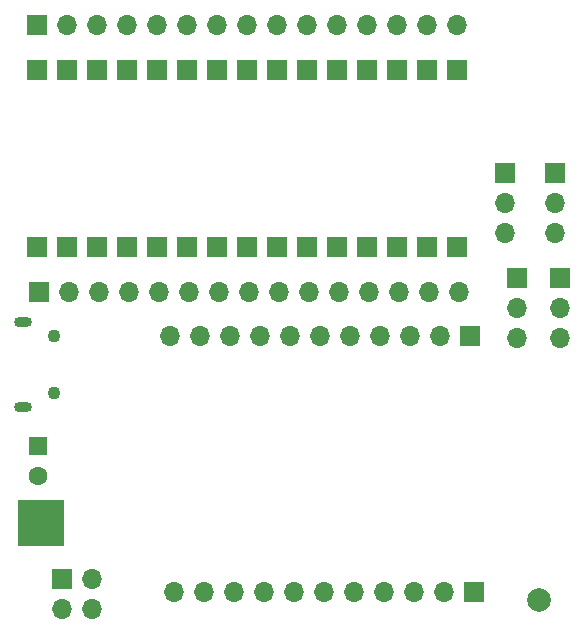
<source format=gbr>
%TF.GenerationSoftware,KiCad,Pcbnew,(5.1.10)-1*%
%TF.CreationDate,2021-06-06T01:15:34+08:00*%
%TF.ProjectId,tuya_arduino,74757961-5f61-4726-9475-696e6f2e6b69,rev?*%
%TF.SameCoordinates,Original*%
%TF.FileFunction,Soldermask,Bot*%
%TF.FilePolarity,Negative*%
%FSLAX46Y46*%
G04 Gerber Fmt 4.6, Leading zero omitted, Abs format (unit mm)*
G04 Created by KiCad (PCBNEW (5.1.10)-1) date 2021-06-06 01:15:34*
%MOMM*%
%LPD*%
G01*
G04 APERTURE LIST*
%ADD10C,2.000000*%
%ADD11R,4.000000X4.000000*%
%ADD12O,1.700000X1.700000*%
%ADD13R,1.700000X1.700000*%
%ADD14C,1.100000*%
%ADD15O,1.500000X0.900000*%
%ADD16C,1.600000*%
%ADD17R,1.600000X1.600000*%
G04 APERTURE END LIST*
D10*
%TO.C,REF\u002A\u002A*%
X124650000Y-96650000D03*
%TD*%
D11*
%TO.C,REF\u002A\u002A*%
X82500000Y-90200000D03*
%TD*%
D12*
%TO.C,J8*%
X86790000Y-97440000D03*
X84250000Y-97440000D03*
X86790000Y-94900000D03*
D13*
X84250000Y-94900000D03*
%TD*%
%TO.C,J4*%
X92350000Y-51800000D03*
X87270000Y-51800000D03*
X102510000Y-51800000D03*
X117750000Y-51800000D03*
X97430000Y-51800000D03*
X82190000Y-51800000D03*
X115210000Y-51800000D03*
X112670000Y-51800000D03*
X94890000Y-51800000D03*
X99970000Y-51800000D03*
X107590000Y-51800000D03*
X110130000Y-51800000D03*
X105050000Y-51800000D03*
X84730000Y-51800000D03*
X89810000Y-51800000D03*
X82190000Y-66800000D03*
X84730000Y-66800000D03*
X87270000Y-66800000D03*
X89810000Y-66800000D03*
X92350000Y-66800000D03*
X94890000Y-66800000D03*
X97430000Y-66800000D03*
X99970000Y-66800000D03*
X102510000Y-66800000D03*
X105050000Y-66800000D03*
X107590000Y-66800000D03*
X110130000Y-66800000D03*
X112670000Y-66800000D03*
X115210000Y-66800000D03*
X117750000Y-66800000D03*
%TD*%
D12*
%TO.C,J3*%
X117750000Y-48000000D03*
X115210000Y-48000000D03*
X112670000Y-48000000D03*
X110130000Y-48000000D03*
X107590000Y-48000000D03*
X105050000Y-48000000D03*
X102510000Y-48000000D03*
X99970000Y-48000000D03*
X97430000Y-48000000D03*
X94890000Y-48000000D03*
X92350000Y-48000000D03*
X89810000Y-48000000D03*
X87270000Y-48000000D03*
X84730000Y-48000000D03*
D13*
X82190000Y-48000000D03*
%TD*%
D12*
%TO.C,J1*%
X117860000Y-70600000D03*
X115320000Y-70600000D03*
X112780000Y-70600000D03*
X110240000Y-70600000D03*
X107700000Y-70600000D03*
X105160000Y-70600000D03*
X102620000Y-70600000D03*
X100080000Y-70600000D03*
X97540000Y-70600000D03*
X95000000Y-70600000D03*
X92460000Y-70600000D03*
X89920000Y-70600000D03*
X87380000Y-70600000D03*
X84840000Y-70600000D03*
D13*
X82300000Y-70600000D03*
%TD*%
D12*
%TO.C,JP3*%
X121750000Y-65630000D03*
X121750000Y-63090000D03*
D13*
X121750000Y-60550000D03*
%TD*%
D12*
%TO.C,JP2*%
X126400000Y-74550000D03*
X126400000Y-72010000D03*
D13*
X126400000Y-69470000D03*
%TD*%
D12*
%TO.C,JP1*%
X122800000Y-74530000D03*
X122800000Y-71990000D03*
D13*
X122800000Y-69450000D03*
%TD*%
D12*
%TO.C,J7*%
X93760000Y-96050000D03*
X96300000Y-96050000D03*
X98840000Y-96050000D03*
X101380000Y-96050000D03*
X103920000Y-96050000D03*
X106460000Y-96050000D03*
X109000000Y-96050000D03*
X111540000Y-96050000D03*
X114080000Y-96050000D03*
X116620000Y-96050000D03*
D13*
X119160000Y-96050000D03*
%TD*%
D12*
%TO.C,J6*%
X93450000Y-74300000D03*
X95990000Y-74300000D03*
X98530000Y-74300000D03*
X101070000Y-74300000D03*
X103610000Y-74300000D03*
X106150000Y-74300000D03*
X108690000Y-74300000D03*
X111230000Y-74300000D03*
X113770000Y-74300000D03*
X116310000Y-74300000D03*
D13*
X118850000Y-74300000D03*
%TD*%
D12*
%TO.C,J5*%
X126000000Y-65630000D03*
X126000000Y-63090000D03*
D13*
X126000000Y-60550000D03*
%TD*%
D14*
%TO.C,J2*%
X83630000Y-74325000D03*
D15*
X80950000Y-73125000D03*
X80950000Y-80375000D03*
D14*
X83630000Y-79175000D03*
%TD*%
D16*
%TO.C,C1*%
X82200000Y-86150000D03*
D17*
X82200000Y-83650000D03*
%TD*%
M02*

</source>
